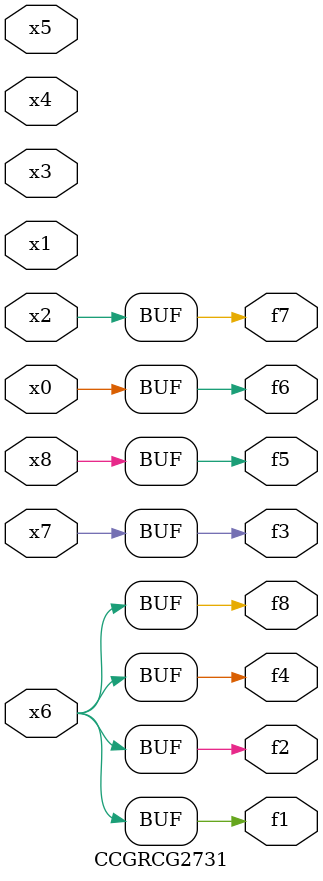
<source format=v>
module CCGRCG2731(
	input x0, x1, x2, x3, x4, x5, x6, x7, x8,
	output f1, f2, f3, f4, f5, f6, f7, f8
);
	assign f1 = x6;
	assign f2 = x6;
	assign f3 = x7;
	assign f4 = x6;
	assign f5 = x8;
	assign f6 = x0;
	assign f7 = x2;
	assign f8 = x6;
endmodule

</source>
